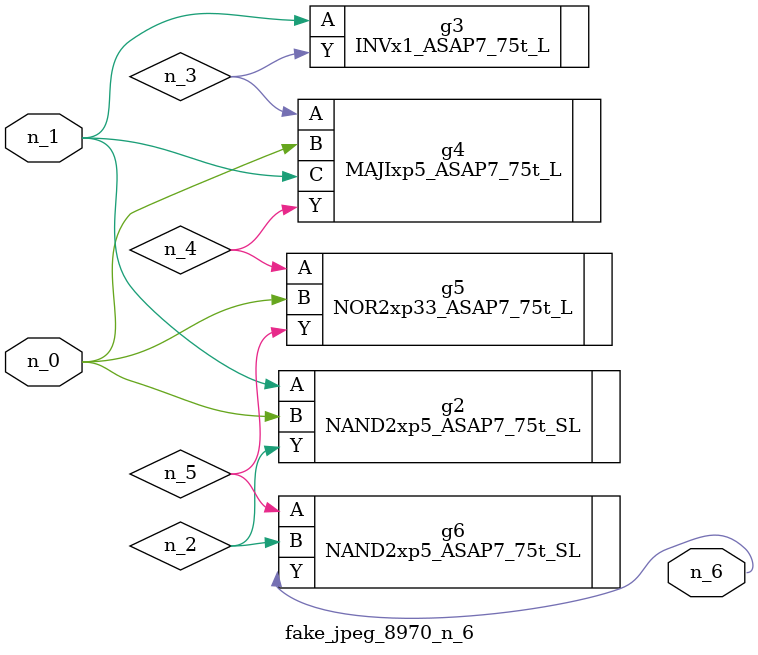
<source format=v>
module fake_jpeg_8970_n_6 (n_0, n_1, n_6);

input n_0;
input n_1;

output n_6;

wire n_3;
wire n_2;
wire n_4;
wire n_5;

NAND2xp5_ASAP7_75t_SL g2 ( 
.A(n_1),
.B(n_0),
.Y(n_2)
);

INVx1_ASAP7_75t_L g3 ( 
.A(n_1),
.Y(n_3)
);

MAJIxp5_ASAP7_75t_L g4 ( 
.A(n_3),
.B(n_0),
.C(n_1),
.Y(n_4)
);

NOR2xp33_ASAP7_75t_L g5 ( 
.A(n_4),
.B(n_0),
.Y(n_5)
);

NAND2xp5_ASAP7_75t_SL g6 ( 
.A(n_5),
.B(n_2),
.Y(n_6)
);


endmodule
</source>
